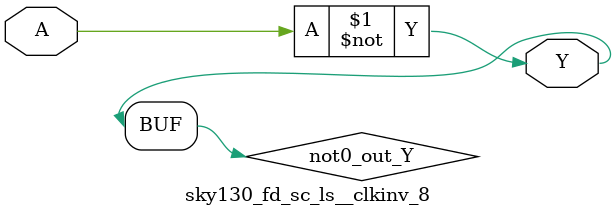
<source format=v>
/*
 * Copyright 2020 The SkyWater PDK Authors
 *
 * Licensed under the Apache License, Version 2.0 (the "License");
 * you may not use this file except in compliance with the License.
 * You may obtain a copy of the License at
 *
 *     https://www.apache.org/licenses/LICENSE-2.0
 *
 * Unless required by applicable law or agreed to in writing, software
 * distributed under the License is distributed on an "AS IS" BASIS,
 * WITHOUT WARRANTIES OR CONDITIONS OF ANY KIND, either express or implied.
 * See the License for the specific language governing permissions and
 * limitations under the License.
 *
 * SPDX-License-Identifier: Apache-2.0
*/


`ifndef SKY130_FD_SC_LS__CLKINV_8_FUNCTIONAL_V
`define SKY130_FD_SC_LS__CLKINV_8_FUNCTIONAL_V

/**
 * clkinv: Clock tree inverter.
 *
 * Verilog simulation functional model.
 */

`timescale 1ns / 1ps
`default_nettype none

`celldefine
module sky130_fd_sc_ls__clkinv_8 (
    Y,
    A
);

    // Module ports
    output Y;
    input  A;

    // Local signals
    wire not0_out_Y;

    //  Name  Output      Other arguments
    not not0 (not0_out_Y, A              );
    buf buf0 (Y         , not0_out_Y     );

endmodule
`endcelldefine

`default_nettype wire
`endif  // SKY130_FD_SC_LS__CLKINV_8_FUNCTIONAL_V

</source>
